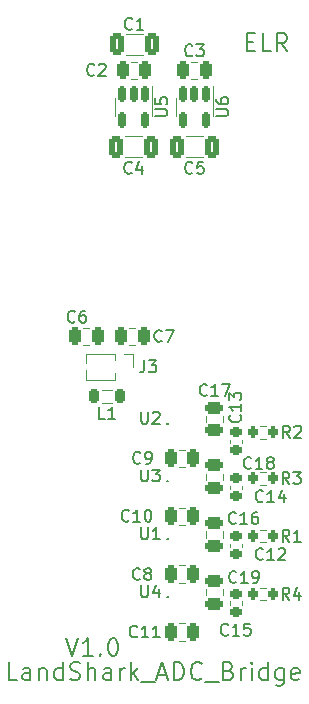
<source format=gto>
%TF.GenerationSoftware,KiCad,Pcbnew,(6.0.5)*%
%TF.CreationDate,2025-06-10T19:53:23+02:00*%
%TF.ProjectId,LandShark_ADC_Bridge,4c616e64-5368-4617-926b-5f4144435f42,rev?*%
%TF.SameCoordinates,Original*%
%TF.FileFunction,Legend,Top*%
%TF.FilePolarity,Positive*%
%FSLAX46Y46*%
G04 Gerber Fmt 4.6, Leading zero omitted, Abs format (unit mm)*
G04 Created by KiCad (PCBNEW (6.0.5)) date 2025-06-10 19:53:23*
%MOMM*%
%LPD*%
G01*
G04 APERTURE LIST*
G04 Aperture macros list*
%AMRoundRect*
0 Rectangle with rounded corners*
0 $1 Rounding radius*
0 $2 $3 $4 $5 $6 $7 $8 $9 X,Y pos of 4 corners*
0 Add a 4 corners polygon primitive as box body*
4,1,4,$2,$3,$4,$5,$6,$7,$8,$9,$2,$3,0*
0 Add four circle primitives for the rounded corners*
1,1,$1+$1,$2,$3*
1,1,$1+$1,$4,$5*
1,1,$1+$1,$6,$7*
1,1,$1+$1,$8,$9*
0 Add four rect primitives between the rounded corners*
20,1,$1+$1,$2,$3,$4,$5,0*
20,1,$1+$1,$4,$5,$6,$7,0*
20,1,$1+$1,$6,$7,$8,$9,0*
20,1,$1+$1,$8,$9,$2,$3,0*%
G04 Aperture macros list end*
%ADD10C,0.200000*%
%ADD11C,0.150000*%
%ADD12C,0.120000*%
%ADD13RoundRect,0.200000X0.200000X0.275000X-0.200000X0.275000X-0.200000X-0.275000X0.200000X-0.275000X0*%
%ADD14RoundRect,0.250000X-0.250000X-0.475000X0.250000X-0.475000X0.250000X0.475000X-0.250000X0.475000X0*%
%ADD15RoundRect,0.225000X0.250000X-0.225000X0.250000X0.225000X-0.250000X0.225000X-0.250000X-0.225000X0*%
%ADD16R,1.000000X1.000000*%
%ADD17O,1.000000X1.000000*%
%ADD18RoundRect,0.250000X-0.475000X0.250000X-0.475000X-0.250000X0.475000X-0.250000X0.475000X0.250000X0*%
%ADD19R,0.580000X0.300000*%
%ADD20R,0.580000X0.250000*%
%ADD21R,0.350000X0.630000*%
%ADD22RoundRect,0.250000X0.325000X0.650000X-0.325000X0.650000X-0.325000X-0.650000X0.325000X-0.650000X0*%
%ADD23RoundRect,0.250000X0.250000X0.475000X-0.250000X0.475000X-0.250000X-0.475000X0.250000X-0.475000X0*%
%ADD24RoundRect,0.150000X-0.150000X0.512500X-0.150000X-0.512500X0.150000X-0.512500X0.150000X0.512500X0*%
%ADD25RoundRect,0.218750X-0.218750X-0.381250X0.218750X-0.381250X0.218750X0.381250X-0.218750X0.381250X0*%
%ADD26R,1.700000X1.700000*%
%ADD27O,1.700000X1.700000*%
G04 APERTURE END LIST*
D10*
X156171428Y-74892857D02*
X156671428Y-74892857D01*
X156885714Y-75678571D02*
X156171428Y-75678571D01*
X156171428Y-74178571D01*
X156885714Y-74178571D01*
X158242857Y-75678571D02*
X157528571Y-75678571D01*
X157528571Y-74178571D01*
X159600000Y-75678571D02*
X159100000Y-74964285D01*
X158742857Y-75678571D02*
X158742857Y-74178571D01*
X159314285Y-74178571D01*
X159457142Y-74250000D01*
X159528571Y-74321428D01*
X159600000Y-74464285D01*
X159600000Y-74678571D01*
X159528571Y-74821428D01*
X159457142Y-74892857D01*
X159314285Y-74964285D01*
X158742857Y-74964285D01*
X136728571Y-128928571D02*
X136014285Y-128928571D01*
X136014285Y-127428571D01*
X137871428Y-128928571D02*
X137871428Y-128142857D01*
X137800000Y-128000000D01*
X137657142Y-127928571D01*
X137371428Y-127928571D01*
X137228571Y-128000000D01*
X137871428Y-128857142D02*
X137728571Y-128928571D01*
X137371428Y-128928571D01*
X137228571Y-128857142D01*
X137157142Y-128714285D01*
X137157142Y-128571428D01*
X137228571Y-128428571D01*
X137371428Y-128357142D01*
X137728571Y-128357142D01*
X137871428Y-128285714D01*
X138585714Y-127928571D02*
X138585714Y-128928571D01*
X138585714Y-128071428D02*
X138657142Y-128000000D01*
X138800000Y-127928571D01*
X139014285Y-127928571D01*
X139157142Y-128000000D01*
X139228571Y-128142857D01*
X139228571Y-128928571D01*
X140585714Y-128928571D02*
X140585714Y-127428571D01*
X140585714Y-128857142D02*
X140442857Y-128928571D01*
X140157142Y-128928571D01*
X140014285Y-128857142D01*
X139942857Y-128785714D01*
X139871428Y-128642857D01*
X139871428Y-128214285D01*
X139942857Y-128071428D01*
X140014285Y-128000000D01*
X140157142Y-127928571D01*
X140442857Y-127928571D01*
X140585714Y-128000000D01*
X141228571Y-128857142D02*
X141442857Y-128928571D01*
X141800000Y-128928571D01*
X141942857Y-128857142D01*
X142014285Y-128785714D01*
X142085714Y-128642857D01*
X142085714Y-128500000D01*
X142014285Y-128357142D01*
X141942857Y-128285714D01*
X141800000Y-128214285D01*
X141514285Y-128142857D01*
X141371428Y-128071428D01*
X141300000Y-128000000D01*
X141228571Y-127857142D01*
X141228571Y-127714285D01*
X141300000Y-127571428D01*
X141371428Y-127500000D01*
X141514285Y-127428571D01*
X141871428Y-127428571D01*
X142085714Y-127500000D01*
X142728571Y-128928571D02*
X142728571Y-127428571D01*
X143371428Y-128928571D02*
X143371428Y-128142857D01*
X143300000Y-128000000D01*
X143157142Y-127928571D01*
X142942857Y-127928571D01*
X142800000Y-128000000D01*
X142728571Y-128071428D01*
X144728571Y-128928571D02*
X144728571Y-128142857D01*
X144657142Y-128000000D01*
X144514285Y-127928571D01*
X144228571Y-127928571D01*
X144085714Y-128000000D01*
X144728571Y-128857142D02*
X144585714Y-128928571D01*
X144228571Y-128928571D01*
X144085714Y-128857142D01*
X144014285Y-128714285D01*
X144014285Y-128571428D01*
X144085714Y-128428571D01*
X144228571Y-128357142D01*
X144585714Y-128357142D01*
X144728571Y-128285714D01*
X145442857Y-128928571D02*
X145442857Y-127928571D01*
X145442857Y-128214285D02*
X145514285Y-128071428D01*
X145585714Y-128000000D01*
X145728571Y-127928571D01*
X145871428Y-127928571D01*
X146371428Y-128928571D02*
X146371428Y-127428571D01*
X146514285Y-128357142D02*
X146942857Y-128928571D01*
X146942857Y-127928571D02*
X146371428Y-128500000D01*
X147228571Y-129071428D02*
X148371428Y-129071428D01*
X148657142Y-128500000D02*
X149371428Y-128500000D01*
X148514285Y-128928571D02*
X149014285Y-127428571D01*
X149514285Y-128928571D01*
X150014285Y-128928571D02*
X150014285Y-127428571D01*
X150371428Y-127428571D01*
X150585714Y-127500000D01*
X150728571Y-127642857D01*
X150800000Y-127785714D01*
X150871428Y-128071428D01*
X150871428Y-128285714D01*
X150800000Y-128571428D01*
X150728571Y-128714285D01*
X150585714Y-128857142D01*
X150371428Y-128928571D01*
X150014285Y-128928571D01*
X152371428Y-128785714D02*
X152300000Y-128857142D01*
X152085714Y-128928571D01*
X151942857Y-128928571D01*
X151728571Y-128857142D01*
X151585714Y-128714285D01*
X151514285Y-128571428D01*
X151442857Y-128285714D01*
X151442857Y-128071428D01*
X151514285Y-127785714D01*
X151585714Y-127642857D01*
X151728571Y-127500000D01*
X151942857Y-127428571D01*
X152085714Y-127428571D01*
X152300000Y-127500000D01*
X152371428Y-127571428D01*
X152657142Y-129071428D02*
X153800000Y-129071428D01*
X154657142Y-128142857D02*
X154871428Y-128214285D01*
X154942857Y-128285714D01*
X155014285Y-128428571D01*
X155014285Y-128642857D01*
X154942857Y-128785714D01*
X154871428Y-128857142D01*
X154728571Y-128928571D01*
X154157142Y-128928571D01*
X154157142Y-127428571D01*
X154657142Y-127428571D01*
X154800000Y-127500000D01*
X154871428Y-127571428D01*
X154942857Y-127714285D01*
X154942857Y-127857142D01*
X154871428Y-128000000D01*
X154800000Y-128071428D01*
X154657142Y-128142857D01*
X154157142Y-128142857D01*
X155657142Y-128928571D02*
X155657142Y-127928571D01*
X155657142Y-128214285D02*
X155728571Y-128071428D01*
X155800000Y-128000000D01*
X155942857Y-127928571D01*
X156085714Y-127928571D01*
X156585714Y-128928571D02*
X156585714Y-127928571D01*
X156585714Y-127428571D02*
X156514285Y-127500000D01*
X156585714Y-127571428D01*
X156657142Y-127500000D01*
X156585714Y-127428571D01*
X156585714Y-127571428D01*
X157942857Y-128928571D02*
X157942857Y-127428571D01*
X157942857Y-128857142D02*
X157800000Y-128928571D01*
X157514285Y-128928571D01*
X157371428Y-128857142D01*
X157300000Y-128785714D01*
X157228571Y-128642857D01*
X157228571Y-128214285D01*
X157300000Y-128071428D01*
X157371428Y-128000000D01*
X157514285Y-127928571D01*
X157800000Y-127928571D01*
X157942857Y-128000000D01*
X159300000Y-127928571D02*
X159300000Y-129142857D01*
X159228571Y-129285714D01*
X159157142Y-129357142D01*
X159014285Y-129428571D01*
X158800000Y-129428571D01*
X158657142Y-129357142D01*
X159300000Y-128857142D02*
X159157142Y-128928571D01*
X158871428Y-128928571D01*
X158728571Y-128857142D01*
X158657142Y-128785714D01*
X158585714Y-128642857D01*
X158585714Y-128214285D01*
X158657142Y-128071428D01*
X158728571Y-128000000D01*
X158871428Y-127928571D01*
X159157142Y-127928571D01*
X159300000Y-128000000D01*
X160585714Y-128857142D02*
X160442857Y-128928571D01*
X160157142Y-128928571D01*
X160014285Y-128857142D01*
X159942857Y-128714285D01*
X159942857Y-128142857D01*
X160014285Y-128000000D01*
X160157142Y-127928571D01*
X160442857Y-127928571D01*
X160585714Y-128000000D01*
X160657142Y-128142857D01*
X160657142Y-128285714D01*
X159942857Y-128428571D01*
X140864285Y-125378571D02*
X141364285Y-126878571D01*
X141864285Y-125378571D01*
X143150000Y-126878571D02*
X142292857Y-126878571D01*
X142721428Y-126878571D02*
X142721428Y-125378571D01*
X142578571Y-125592857D01*
X142435714Y-125735714D01*
X142292857Y-125807142D01*
X143792857Y-126735714D02*
X143864285Y-126807142D01*
X143792857Y-126878571D01*
X143721428Y-126807142D01*
X143792857Y-126735714D01*
X143792857Y-126878571D01*
X144792857Y-125378571D02*
X144935714Y-125378571D01*
X145078571Y-125450000D01*
X145150000Y-125521428D01*
X145221428Y-125664285D01*
X145292857Y-125950000D01*
X145292857Y-126307142D01*
X145221428Y-126592857D01*
X145150000Y-126735714D01*
X145078571Y-126807142D01*
X144935714Y-126878571D01*
X144792857Y-126878571D01*
X144650000Y-126807142D01*
X144578571Y-126735714D01*
X144507142Y-126592857D01*
X144435714Y-126307142D01*
X144435714Y-125950000D01*
X144507142Y-125664285D01*
X144578571Y-125521428D01*
X144650000Y-125450000D01*
X144792857Y-125378571D01*
D11*
%TO.C,R2*%
X159833333Y-108402380D02*
X159500000Y-107926190D01*
X159261904Y-108402380D02*
X159261904Y-107402380D01*
X159642857Y-107402380D01*
X159738095Y-107450000D01*
X159785714Y-107497619D01*
X159833333Y-107592857D01*
X159833333Y-107735714D01*
X159785714Y-107830952D01*
X159738095Y-107878571D01*
X159642857Y-107926190D01*
X159261904Y-107926190D01*
X160214285Y-107497619D02*
X160261904Y-107450000D01*
X160357142Y-107402380D01*
X160595238Y-107402380D01*
X160690476Y-107450000D01*
X160738095Y-107497619D01*
X160785714Y-107592857D01*
X160785714Y-107688095D01*
X160738095Y-107830952D01*
X160166666Y-108402380D01*
X160785714Y-108402380D01*
%TO.C,C11*%
X146907142Y-125207142D02*
X146859523Y-125254761D01*
X146716666Y-125302380D01*
X146621428Y-125302380D01*
X146478571Y-125254761D01*
X146383333Y-125159523D01*
X146335714Y-125064285D01*
X146288095Y-124873809D01*
X146288095Y-124730952D01*
X146335714Y-124540476D01*
X146383333Y-124445238D01*
X146478571Y-124350000D01*
X146621428Y-124302380D01*
X146716666Y-124302380D01*
X146859523Y-124350000D01*
X146907142Y-124397619D01*
X147859523Y-125302380D02*
X147288095Y-125302380D01*
X147573809Y-125302380D02*
X147573809Y-124302380D01*
X147478571Y-124445238D01*
X147383333Y-124540476D01*
X147288095Y-124588095D01*
X148811904Y-125302380D02*
X148240476Y-125302380D01*
X148526190Y-125302380D02*
X148526190Y-124302380D01*
X148430952Y-124445238D01*
X148335714Y-124540476D01*
X148240476Y-124588095D01*
%TO.C,C13*%
X155607142Y-106492857D02*
X155654761Y-106540476D01*
X155702380Y-106683333D01*
X155702380Y-106778571D01*
X155654761Y-106921428D01*
X155559523Y-107016666D01*
X155464285Y-107064285D01*
X155273809Y-107111904D01*
X155130952Y-107111904D01*
X154940476Y-107064285D01*
X154845238Y-107016666D01*
X154750000Y-106921428D01*
X154702380Y-106778571D01*
X154702380Y-106683333D01*
X154750000Y-106540476D01*
X154797619Y-106492857D01*
X155702380Y-105540476D02*
X155702380Y-106111904D01*
X155702380Y-105826190D02*
X154702380Y-105826190D01*
X154845238Y-105921428D01*
X154940476Y-106016666D01*
X154988095Y-106111904D01*
X154702380Y-105207142D02*
X154702380Y-104588095D01*
X155083333Y-104921428D01*
X155083333Y-104778571D01*
X155130952Y-104683333D01*
X155178571Y-104635714D01*
X155273809Y-104588095D01*
X155511904Y-104588095D01*
X155607142Y-104635714D01*
X155654761Y-104683333D01*
X155702380Y-104778571D01*
X155702380Y-105064285D01*
X155654761Y-105159523D01*
X155607142Y-105207142D01*
%TO.C,J3*%
X147516666Y-101852380D02*
X147516666Y-102566666D01*
X147469047Y-102709523D01*
X147373809Y-102804761D01*
X147230952Y-102852380D01*
X147135714Y-102852380D01*
X147897619Y-101852380D02*
X148516666Y-101852380D01*
X148183333Y-102233333D01*
X148326190Y-102233333D01*
X148421428Y-102280952D01*
X148469047Y-102328571D01*
X148516666Y-102423809D01*
X148516666Y-102661904D01*
X148469047Y-102757142D01*
X148421428Y-102804761D01*
X148326190Y-102852380D01*
X148040476Y-102852380D01*
X147945238Y-102804761D01*
X147897619Y-102757142D01*
%TO.C,C19*%
X155307142Y-120607142D02*
X155259523Y-120654761D01*
X155116666Y-120702380D01*
X155021428Y-120702380D01*
X154878571Y-120654761D01*
X154783333Y-120559523D01*
X154735714Y-120464285D01*
X154688095Y-120273809D01*
X154688095Y-120130952D01*
X154735714Y-119940476D01*
X154783333Y-119845238D01*
X154878571Y-119750000D01*
X155021428Y-119702380D01*
X155116666Y-119702380D01*
X155259523Y-119750000D01*
X155307142Y-119797619D01*
X156259523Y-120702380D02*
X155688095Y-120702380D01*
X155973809Y-120702380D02*
X155973809Y-119702380D01*
X155878571Y-119845238D01*
X155783333Y-119940476D01*
X155688095Y-119988095D01*
X156735714Y-120702380D02*
X156926190Y-120702380D01*
X157021428Y-120654761D01*
X157069047Y-120607142D01*
X157164285Y-120464285D01*
X157211904Y-120273809D01*
X157211904Y-119892857D01*
X157164285Y-119797619D01*
X157116666Y-119750000D01*
X157021428Y-119702380D01*
X156830952Y-119702380D01*
X156735714Y-119750000D01*
X156688095Y-119797619D01*
X156640476Y-119892857D01*
X156640476Y-120130952D01*
X156688095Y-120226190D01*
X156735714Y-120273809D01*
X156830952Y-120321428D01*
X157021428Y-120321428D01*
X157116666Y-120273809D01*
X157164285Y-120226190D01*
X157211904Y-120130952D01*
%TO.C,U2*%
X147238095Y-106202380D02*
X147238095Y-107011904D01*
X147285714Y-107107142D01*
X147333333Y-107154761D01*
X147428571Y-107202380D01*
X147619047Y-107202380D01*
X147714285Y-107154761D01*
X147761904Y-107107142D01*
X147809523Y-107011904D01*
X147809523Y-106202380D01*
X148238095Y-106297619D02*
X148285714Y-106250000D01*
X148380952Y-106202380D01*
X148619047Y-106202380D01*
X148714285Y-106250000D01*
X148761904Y-106297619D01*
X148809523Y-106392857D01*
X148809523Y-106488095D01*
X148761904Y-106630952D01*
X148190476Y-107202380D01*
X148809523Y-107202380D01*
%TO.C,U4*%
X147238095Y-120902380D02*
X147238095Y-121711904D01*
X147285714Y-121807142D01*
X147333333Y-121854761D01*
X147428571Y-121902380D01*
X147619047Y-121902380D01*
X147714285Y-121854761D01*
X147761904Y-121807142D01*
X147809523Y-121711904D01*
X147809523Y-120902380D01*
X148714285Y-121235714D02*
X148714285Y-121902380D01*
X148476190Y-120854761D02*
X148238095Y-121569047D01*
X148857142Y-121569047D01*
%TO.C,C16*%
X155257142Y-115607142D02*
X155209523Y-115654761D01*
X155066666Y-115702380D01*
X154971428Y-115702380D01*
X154828571Y-115654761D01*
X154733333Y-115559523D01*
X154685714Y-115464285D01*
X154638095Y-115273809D01*
X154638095Y-115130952D01*
X154685714Y-114940476D01*
X154733333Y-114845238D01*
X154828571Y-114750000D01*
X154971428Y-114702380D01*
X155066666Y-114702380D01*
X155209523Y-114750000D01*
X155257142Y-114797619D01*
X156209523Y-115702380D02*
X155638095Y-115702380D01*
X155923809Y-115702380D02*
X155923809Y-114702380D01*
X155828571Y-114845238D01*
X155733333Y-114940476D01*
X155638095Y-114988095D01*
X157066666Y-114702380D02*
X156876190Y-114702380D01*
X156780952Y-114750000D01*
X156733333Y-114797619D01*
X156638095Y-114940476D01*
X156590476Y-115130952D01*
X156590476Y-115511904D01*
X156638095Y-115607142D01*
X156685714Y-115654761D01*
X156780952Y-115702380D01*
X156971428Y-115702380D01*
X157066666Y-115654761D01*
X157114285Y-115607142D01*
X157161904Y-115511904D01*
X157161904Y-115273809D01*
X157114285Y-115178571D01*
X157066666Y-115130952D01*
X156971428Y-115083333D01*
X156780952Y-115083333D01*
X156685714Y-115130952D01*
X156638095Y-115178571D01*
X156590476Y-115273809D01*
%TO.C,C9*%
X147183333Y-110507142D02*
X147135714Y-110554761D01*
X146992857Y-110602380D01*
X146897619Y-110602380D01*
X146754761Y-110554761D01*
X146659523Y-110459523D01*
X146611904Y-110364285D01*
X146564285Y-110173809D01*
X146564285Y-110030952D01*
X146611904Y-109840476D01*
X146659523Y-109745238D01*
X146754761Y-109650000D01*
X146897619Y-109602380D01*
X146992857Y-109602380D01*
X147135714Y-109650000D01*
X147183333Y-109697619D01*
X147659523Y-110602380D02*
X147850000Y-110602380D01*
X147945238Y-110554761D01*
X147992857Y-110507142D01*
X148088095Y-110364285D01*
X148135714Y-110173809D01*
X148135714Y-109792857D01*
X148088095Y-109697619D01*
X148040476Y-109650000D01*
X147945238Y-109602380D01*
X147754761Y-109602380D01*
X147659523Y-109650000D01*
X147611904Y-109697619D01*
X147564285Y-109792857D01*
X147564285Y-110030952D01*
X147611904Y-110126190D01*
X147659523Y-110173809D01*
X147754761Y-110221428D01*
X147945238Y-110221428D01*
X148040476Y-110173809D01*
X148088095Y-110126190D01*
X148135714Y-110030952D01*
%TO.C,C1*%
X146483333Y-73757142D02*
X146435714Y-73804761D01*
X146292857Y-73852380D01*
X146197619Y-73852380D01*
X146054761Y-73804761D01*
X145959523Y-73709523D01*
X145911904Y-73614285D01*
X145864285Y-73423809D01*
X145864285Y-73280952D01*
X145911904Y-73090476D01*
X145959523Y-72995238D01*
X146054761Y-72900000D01*
X146197619Y-72852380D01*
X146292857Y-72852380D01*
X146435714Y-72900000D01*
X146483333Y-72947619D01*
X147435714Y-73852380D02*
X146864285Y-73852380D01*
X147150000Y-73852380D02*
X147150000Y-72852380D01*
X147054761Y-72995238D01*
X146959523Y-73090476D01*
X146864285Y-73138095D01*
%TO.C,C6*%
X141633333Y-98557142D02*
X141585714Y-98604761D01*
X141442857Y-98652380D01*
X141347619Y-98652380D01*
X141204761Y-98604761D01*
X141109523Y-98509523D01*
X141061904Y-98414285D01*
X141014285Y-98223809D01*
X141014285Y-98080952D01*
X141061904Y-97890476D01*
X141109523Y-97795238D01*
X141204761Y-97700000D01*
X141347619Y-97652380D01*
X141442857Y-97652380D01*
X141585714Y-97700000D01*
X141633333Y-97747619D01*
X142490476Y-97652380D02*
X142300000Y-97652380D01*
X142204761Y-97700000D01*
X142157142Y-97747619D01*
X142061904Y-97890476D01*
X142014285Y-98080952D01*
X142014285Y-98461904D01*
X142061904Y-98557142D01*
X142109523Y-98604761D01*
X142204761Y-98652380D01*
X142395238Y-98652380D01*
X142490476Y-98604761D01*
X142538095Y-98557142D01*
X142585714Y-98461904D01*
X142585714Y-98223809D01*
X142538095Y-98128571D01*
X142490476Y-98080952D01*
X142395238Y-98033333D01*
X142204761Y-98033333D01*
X142109523Y-98080952D01*
X142061904Y-98128571D01*
X142014285Y-98223809D01*
%TO.C,R3*%
X159783333Y-112302380D02*
X159450000Y-111826190D01*
X159211904Y-112302380D02*
X159211904Y-111302380D01*
X159592857Y-111302380D01*
X159688095Y-111350000D01*
X159735714Y-111397619D01*
X159783333Y-111492857D01*
X159783333Y-111635714D01*
X159735714Y-111730952D01*
X159688095Y-111778571D01*
X159592857Y-111826190D01*
X159211904Y-111826190D01*
X160116666Y-111302380D02*
X160735714Y-111302380D01*
X160402380Y-111683333D01*
X160545238Y-111683333D01*
X160640476Y-111730952D01*
X160688095Y-111778571D01*
X160735714Y-111873809D01*
X160735714Y-112111904D01*
X160688095Y-112207142D01*
X160640476Y-112254761D01*
X160545238Y-112302380D01*
X160259523Y-112302380D01*
X160164285Y-112254761D01*
X160116666Y-112207142D01*
%TO.C,C18*%
X156557142Y-110957142D02*
X156509523Y-111004761D01*
X156366666Y-111052380D01*
X156271428Y-111052380D01*
X156128571Y-111004761D01*
X156033333Y-110909523D01*
X155985714Y-110814285D01*
X155938095Y-110623809D01*
X155938095Y-110480952D01*
X155985714Y-110290476D01*
X156033333Y-110195238D01*
X156128571Y-110100000D01*
X156271428Y-110052380D01*
X156366666Y-110052380D01*
X156509523Y-110100000D01*
X156557142Y-110147619D01*
X157509523Y-111052380D02*
X156938095Y-111052380D01*
X157223809Y-111052380D02*
X157223809Y-110052380D01*
X157128571Y-110195238D01*
X157033333Y-110290476D01*
X156938095Y-110338095D01*
X158080952Y-110480952D02*
X157985714Y-110433333D01*
X157938095Y-110385714D01*
X157890476Y-110290476D01*
X157890476Y-110242857D01*
X157938095Y-110147619D01*
X157985714Y-110100000D01*
X158080952Y-110052380D01*
X158271428Y-110052380D01*
X158366666Y-110100000D01*
X158414285Y-110147619D01*
X158461904Y-110242857D01*
X158461904Y-110290476D01*
X158414285Y-110385714D01*
X158366666Y-110433333D01*
X158271428Y-110480952D01*
X158080952Y-110480952D01*
X157985714Y-110528571D01*
X157938095Y-110576190D01*
X157890476Y-110671428D01*
X157890476Y-110861904D01*
X157938095Y-110957142D01*
X157985714Y-111004761D01*
X158080952Y-111052380D01*
X158271428Y-111052380D01*
X158366666Y-111004761D01*
X158414285Y-110957142D01*
X158461904Y-110861904D01*
X158461904Y-110671428D01*
X158414285Y-110576190D01*
X158366666Y-110528571D01*
X158271428Y-110480952D01*
%TO.C,R1*%
X159783333Y-117202380D02*
X159450000Y-116726190D01*
X159211904Y-117202380D02*
X159211904Y-116202380D01*
X159592857Y-116202380D01*
X159688095Y-116250000D01*
X159735714Y-116297619D01*
X159783333Y-116392857D01*
X159783333Y-116535714D01*
X159735714Y-116630952D01*
X159688095Y-116678571D01*
X159592857Y-116726190D01*
X159211904Y-116726190D01*
X160735714Y-117202380D02*
X160164285Y-117202380D01*
X160450000Y-117202380D02*
X160450000Y-116202380D01*
X160354761Y-116345238D01*
X160259523Y-116440476D01*
X160164285Y-116488095D01*
%TO.C,C15*%
X154607142Y-125057142D02*
X154559523Y-125104761D01*
X154416666Y-125152380D01*
X154321428Y-125152380D01*
X154178571Y-125104761D01*
X154083333Y-125009523D01*
X154035714Y-124914285D01*
X153988095Y-124723809D01*
X153988095Y-124580952D01*
X154035714Y-124390476D01*
X154083333Y-124295238D01*
X154178571Y-124200000D01*
X154321428Y-124152380D01*
X154416666Y-124152380D01*
X154559523Y-124200000D01*
X154607142Y-124247619D01*
X155559523Y-125152380D02*
X154988095Y-125152380D01*
X155273809Y-125152380D02*
X155273809Y-124152380D01*
X155178571Y-124295238D01*
X155083333Y-124390476D01*
X154988095Y-124438095D01*
X156464285Y-124152380D02*
X155988095Y-124152380D01*
X155940476Y-124628571D01*
X155988095Y-124580952D01*
X156083333Y-124533333D01*
X156321428Y-124533333D01*
X156416666Y-124580952D01*
X156464285Y-124628571D01*
X156511904Y-124723809D01*
X156511904Y-124961904D01*
X156464285Y-125057142D01*
X156416666Y-125104761D01*
X156321428Y-125152380D01*
X156083333Y-125152380D01*
X155988095Y-125104761D01*
X155940476Y-125057142D01*
%TO.C,C3*%
X151583333Y-76007142D02*
X151535714Y-76054761D01*
X151392857Y-76102380D01*
X151297619Y-76102380D01*
X151154761Y-76054761D01*
X151059523Y-75959523D01*
X151011904Y-75864285D01*
X150964285Y-75673809D01*
X150964285Y-75530952D01*
X151011904Y-75340476D01*
X151059523Y-75245238D01*
X151154761Y-75150000D01*
X151297619Y-75102380D01*
X151392857Y-75102380D01*
X151535714Y-75150000D01*
X151583333Y-75197619D01*
X151916666Y-75102380D02*
X152535714Y-75102380D01*
X152202380Y-75483333D01*
X152345238Y-75483333D01*
X152440476Y-75530952D01*
X152488095Y-75578571D01*
X152535714Y-75673809D01*
X152535714Y-75911904D01*
X152488095Y-76007142D01*
X152440476Y-76054761D01*
X152345238Y-76102380D01*
X152059523Y-76102380D01*
X151964285Y-76054761D01*
X151916666Y-76007142D01*
%TO.C,C10*%
X146207142Y-115407142D02*
X146159523Y-115454761D01*
X146016666Y-115502380D01*
X145921428Y-115502380D01*
X145778571Y-115454761D01*
X145683333Y-115359523D01*
X145635714Y-115264285D01*
X145588095Y-115073809D01*
X145588095Y-114930952D01*
X145635714Y-114740476D01*
X145683333Y-114645238D01*
X145778571Y-114550000D01*
X145921428Y-114502380D01*
X146016666Y-114502380D01*
X146159523Y-114550000D01*
X146207142Y-114597619D01*
X147159523Y-115502380D02*
X146588095Y-115502380D01*
X146873809Y-115502380D02*
X146873809Y-114502380D01*
X146778571Y-114645238D01*
X146683333Y-114740476D01*
X146588095Y-114788095D01*
X147778571Y-114502380D02*
X147873809Y-114502380D01*
X147969047Y-114550000D01*
X148016666Y-114597619D01*
X148064285Y-114692857D01*
X148111904Y-114883333D01*
X148111904Y-115121428D01*
X148064285Y-115311904D01*
X148016666Y-115407142D01*
X147969047Y-115454761D01*
X147873809Y-115502380D01*
X147778571Y-115502380D01*
X147683333Y-115454761D01*
X147635714Y-115407142D01*
X147588095Y-115311904D01*
X147540476Y-115121428D01*
X147540476Y-114883333D01*
X147588095Y-114692857D01*
X147635714Y-114597619D01*
X147683333Y-114550000D01*
X147778571Y-114502380D01*
%TO.C,U5*%
X148452380Y-81161904D02*
X149261904Y-81161904D01*
X149357142Y-81114285D01*
X149404761Y-81066666D01*
X149452380Y-80971428D01*
X149452380Y-80780952D01*
X149404761Y-80685714D01*
X149357142Y-80638095D01*
X149261904Y-80590476D01*
X148452380Y-80590476D01*
X148452380Y-79638095D02*
X148452380Y-80114285D01*
X148928571Y-80161904D01*
X148880952Y-80114285D01*
X148833333Y-80019047D01*
X148833333Y-79780952D01*
X148880952Y-79685714D01*
X148928571Y-79638095D01*
X149023809Y-79590476D01*
X149261904Y-79590476D01*
X149357142Y-79638095D01*
X149404761Y-79685714D01*
X149452380Y-79780952D01*
X149452380Y-80019047D01*
X149404761Y-80114285D01*
X149357142Y-80161904D01*
%TO.C,C7*%
X148983333Y-100207142D02*
X148935714Y-100254761D01*
X148792857Y-100302380D01*
X148697619Y-100302380D01*
X148554761Y-100254761D01*
X148459523Y-100159523D01*
X148411904Y-100064285D01*
X148364285Y-99873809D01*
X148364285Y-99730952D01*
X148411904Y-99540476D01*
X148459523Y-99445238D01*
X148554761Y-99350000D01*
X148697619Y-99302380D01*
X148792857Y-99302380D01*
X148935714Y-99350000D01*
X148983333Y-99397619D01*
X149316666Y-99302380D02*
X149983333Y-99302380D01*
X149554761Y-100302380D01*
%TO.C,U3*%
X147238095Y-111102380D02*
X147238095Y-111911904D01*
X147285714Y-112007142D01*
X147333333Y-112054761D01*
X147428571Y-112102380D01*
X147619047Y-112102380D01*
X147714285Y-112054761D01*
X147761904Y-112007142D01*
X147809523Y-111911904D01*
X147809523Y-111102380D01*
X148190476Y-111102380D02*
X148809523Y-111102380D01*
X148476190Y-111483333D01*
X148619047Y-111483333D01*
X148714285Y-111530952D01*
X148761904Y-111578571D01*
X148809523Y-111673809D01*
X148809523Y-111911904D01*
X148761904Y-112007142D01*
X148714285Y-112054761D01*
X148619047Y-112102380D01*
X148333333Y-112102380D01*
X148238095Y-112054761D01*
X148190476Y-112007142D01*
%TO.C,C8*%
X147133333Y-120357142D02*
X147085714Y-120404761D01*
X146942857Y-120452380D01*
X146847619Y-120452380D01*
X146704761Y-120404761D01*
X146609523Y-120309523D01*
X146561904Y-120214285D01*
X146514285Y-120023809D01*
X146514285Y-119880952D01*
X146561904Y-119690476D01*
X146609523Y-119595238D01*
X146704761Y-119500000D01*
X146847619Y-119452380D01*
X146942857Y-119452380D01*
X147085714Y-119500000D01*
X147133333Y-119547619D01*
X147704761Y-119880952D02*
X147609523Y-119833333D01*
X147561904Y-119785714D01*
X147514285Y-119690476D01*
X147514285Y-119642857D01*
X147561904Y-119547619D01*
X147609523Y-119500000D01*
X147704761Y-119452380D01*
X147895238Y-119452380D01*
X147990476Y-119500000D01*
X148038095Y-119547619D01*
X148085714Y-119642857D01*
X148085714Y-119690476D01*
X148038095Y-119785714D01*
X147990476Y-119833333D01*
X147895238Y-119880952D01*
X147704761Y-119880952D01*
X147609523Y-119928571D01*
X147561904Y-119976190D01*
X147514285Y-120071428D01*
X147514285Y-120261904D01*
X147561904Y-120357142D01*
X147609523Y-120404761D01*
X147704761Y-120452380D01*
X147895238Y-120452380D01*
X147990476Y-120404761D01*
X148038095Y-120357142D01*
X148085714Y-120261904D01*
X148085714Y-120071428D01*
X148038095Y-119976190D01*
X147990476Y-119928571D01*
X147895238Y-119880952D01*
%TO.C,U6*%
X153602380Y-81161904D02*
X154411904Y-81161904D01*
X154507142Y-81114285D01*
X154554761Y-81066666D01*
X154602380Y-80971428D01*
X154602380Y-80780952D01*
X154554761Y-80685714D01*
X154507142Y-80638095D01*
X154411904Y-80590476D01*
X153602380Y-80590476D01*
X153602380Y-79685714D02*
X153602380Y-79876190D01*
X153650000Y-79971428D01*
X153697619Y-80019047D01*
X153840476Y-80114285D01*
X154030952Y-80161904D01*
X154411904Y-80161904D01*
X154507142Y-80114285D01*
X154554761Y-80066666D01*
X154602380Y-79971428D01*
X154602380Y-79780952D01*
X154554761Y-79685714D01*
X154507142Y-79638095D01*
X154411904Y-79590476D01*
X154173809Y-79590476D01*
X154078571Y-79638095D01*
X154030952Y-79685714D01*
X153983333Y-79780952D01*
X153983333Y-79971428D01*
X154030952Y-80066666D01*
X154078571Y-80114285D01*
X154173809Y-80161904D01*
%TO.C,C17*%
X152807142Y-104757142D02*
X152759523Y-104804761D01*
X152616666Y-104852380D01*
X152521428Y-104852380D01*
X152378571Y-104804761D01*
X152283333Y-104709523D01*
X152235714Y-104614285D01*
X152188095Y-104423809D01*
X152188095Y-104280952D01*
X152235714Y-104090476D01*
X152283333Y-103995238D01*
X152378571Y-103900000D01*
X152521428Y-103852380D01*
X152616666Y-103852380D01*
X152759523Y-103900000D01*
X152807142Y-103947619D01*
X153759523Y-104852380D02*
X153188095Y-104852380D01*
X153473809Y-104852380D02*
X153473809Y-103852380D01*
X153378571Y-103995238D01*
X153283333Y-104090476D01*
X153188095Y-104138095D01*
X154092857Y-103852380D02*
X154759523Y-103852380D01*
X154330952Y-104852380D01*
%TO.C,U1*%
X147238095Y-116002380D02*
X147238095Y-116811904D01*
X147285714Y-116907142D01*
X147333333Y-116954761D01*
X147428571Y-117002380D01*
X147619047Y-117002380D01*
X147714285Y-116954761D01*
X147761904Y-116907142D01*
X147809523Y-116811904D01*
X147809523Y-116002380D01*
X148809523Y-117002380D02*
X148238095Y-117002380D01*
X148523809Y-117002380D02*
X148523809Y-116002380D01*
X148428571Y-116145238D01*
X148333333Y-116240476D01*
X148238095Y-116288095D01*
%TO.C,C4*%
X146433333Y-85957142D02*
X146385714Y-86004761D01*
X146242857Y-86052380D01*
X146147619Y-86052380D01*
X146004761Y-86004761D01*
X145909523Y-85909523D01*
X145861904Y-85814285D01*
X145814285Y-85623809D01*
X145814285Y-85480952D01*
X145861904Y-85290476D01*
X145909523Y-85195238D01*
X146004761Y-85100000D01*
X146147619Y-85052380D01*
X146242857Y-85052380D01*
X146385714Y-85100000D01*
X146433333Y-85147619D01*
X147290476Y-85385714D02*
X147290476Y-86052380D01*
X147052380Y-85004761D02*
X146814285Y-85719047D01*
X147433333Y-85719047D01*
%TO.C,R4*%
X159783333Y-122102380D02*
X159450000Y-121626190D01*
X159211904Y-122102380D02*
X159211904Y-121102380D01*
X159592857Y-121102380D01*
X159688095Y-121150000D01*
X159735714Y-121197619D01*
X159783333Y-121292857D01*
X159783333Y-121435714D01*
X159735714Y-121530952D01*
X159688095Y-121578571D01*
X159592857Y-121626190D01*
X159211904Y-121626190D01*
X160640476Y-121435714D02*
X160640476Y-122102380D01*
X160402380Y-121054761D02*
X160164285Y-121769047D01*
X160783333Y-121769047D01*
%TO.C,L1*%
X144183333Y-106802380D02*
X143707142Y-106802380D01*
X143707142Y-105802380D01*
X145040476Y-106802380D02*
X144469047Y-106802380D01*
X144754761Y-106802380D02*
X144754761Y-105802380D01*
X144659523Y-105945238D01*
X144564285Y-106040476D01*
X144469047Y-106088095D01*
%TO.C,C12*%
X157557142Y-118657142D02*
X157509523Y-118704761D01*
X157366666Y-118752380D01*
X157271428Y-118752380D01*
X157128571Y-118704761D01*
X157033333Y-118609523D01*
X156985714Y-118514285D01*
X156938095Y-118323809D01*
X156938095Y-118180952D01*
X156985714Y-117990476D01*
X157033333Y-117895238D01*
X157128571Y-117800000D01*
X157271428Y-117752380D01*
X157366666Y-117752380D01*
X157509523Y-117800000D01*
X157557142Y-117847619D01*
X158509523Y-118752380D02*
X157938095Y-118752380D01*
X158223809Y-118752380D02*
X158223809Y-117752380D01*
X158128571Y-117895238D01*
X158033333Y-117990476D01*
X157938095Y-118038095D01*
X158890476Y-117847619D02*
X158938095Y-117800000D01*
X159033333Y-117752380D01*
X159271428Y-117752380D01*
X159366666Y-117800000D01*
X159414285Y-117847619D01*
X159461904Y-117942857D01*
X159461904Y-118038095D01*
X159414285Y-118180952D01*
X158842857Y-118752380D01*
X159461904Y-118752380D01*
%TO.C,C14*%
X157557142Y-113757142D02*
X157509523Y-113804761D01*
X157366666Y-113852380D01*
X157271428Y-113852380D01*
X157128571Y-113804761D01*
X157033333Y-113709523D01*
X156985714Y-113614285D01*
X156938095Y-113423809D01*
X156938095Y-113280952D01*
X156985714Y-113090476D01*
X157033333Y-112995238D01*
X157128571Y-112900000D01*
X157271428Y-112852380D01*
X157366666Y-112852380D01*
X157509523Y-112900000D01*
X157557142Y-112947619D01*
X158509523Y-113852380D02*
X157938095Y-113852380D01*
X158223809Y-113852380D02*
X158223809Y-112852380D01*
X158128571Y-112995238D01*
X158033333Y-113090476D01*
X157938095Y-113138095D01*
X159366666Y-113185714D02*
X159366666Y-113852380D01*
X159128571Y-112804761D02*
X158890476Y-113519047D01*
X159509523Y-113519047D01*
%TO.C,C2*%
X143283333Y-77657142D02*
X143235714Y-77704761D01*
X143092857Y-77752380D01*
X142997619Y-77752380D01*
X142854761Y-77704761D01*
X142759523Y-77609523D01*
X142711904Y-77514285D01*
X142664285Y-77323809D01*
X142664285Y-77180952D01*
X142711904Y-76990476D01*
X142759523Y-76895238D01*
X142854761Y-76800000D01*
X142997619Y-76752380D01*
X143092857Y-76752380D01*
X143235714Y-76800000D01*
X143283333Y-76847619D01*
X143664285Y-76847619D02*
X143711904Y-76800000D01*
X143807142Y-76752380D01*
X144045238Y-76752380D01*
X144140476Y-76800000D01*
X144188095Y-76847619D01*
X144235714Y-76942857D01*
X144235714Y-77038095D01*
X144188095Y-77180952D01*
X143616666Y-77752380D01*
X144235714Y-77752380D01*
%TO.C,C5*%
X151583333Y-85957142D02*
X151535714Y-86004761D01*
X151392857Y-86052380D01*
X151297619Y-86052380D01*
X151154761Y-86004761D01*
X151059523Y-85909523D01*
X151011904Y-85814285D01*
X150964285Y-85623809D01*
X150964285Y-85480952D01*
X151011904Y-85290476D01*
X151059523Y-85195238D01*
X151154761Y-85100000D01*
X151297619Y-85052380D01*
X151392857Y-85052380D01*
X151535714Y-85100000D01*
X151583333Y-85147619D01*
X152488095Y-85052380D02*
X152011904Y-85052380D01*
X151964285Y-85528571D01*
X152011904Y-85480952D01*
X152107142Y-85433333D01*
X152345238Y-85433333D01*
X152440476Y-85480952D01*
X152488095Y-85528571D01*
X152535714Y-85623809D01*
X152535714Y-85861904D01*
X152488095Y-85957142D01*
X152440476Y-86004761D01*
X152345238Y-86052380D01*
X152107142Y-86052380D01*
X152011904Y-86004761D01*
X151964285Y-85957142D01*
D12*
%TO.C,R2*%
X157787258Y-107427500D02*
X157312742Y-107427500D01*
X157787258Y-108472500D02*
X157312742Y-108472500D01*
%TO.C,C11*%
X150438748Y-124115000D02*
X150961252Y-124115000D01*
X150438748Y-125585000D02*
X150961252Y-125585000D01*
%TO.C,C13*%
X154740000Y-108840580D02*
X154740000Y-108559420D01*
X155760000Y-108840580D02*
X155760000Y-108559420D01*
%TO.C,J3*%
X145040000Y-101290000D02*
X145040000Y-101836529D01*
X142565000Y-101290000D02*
X142565000Y-102092470D01*
X146560000Y-101290000D02*
X146560000Y-102400000D01*
X145040000Y-101290000D02*
X142565000Y-101290000D01*
X145040000Y-103510000D02*
X142565000Y-103510000D01*
X145040000Y-102963471D02*
X145040000Y-103510000D01*
X145800000Y-101290000D02*
X146560000Y-101290000D01*
X142565000Y-102707530D02*
X142565000Y-103510000D01*
%TO.C,C19*%
X154185000Y-121238748D02*
X154185000Y-121761252D01*
X152715000Y-121238748D02*
X152715000Y-121761252D01*
D10*
%TO.C,U2*%
X149435000Y-107215000D02*
X149435000Y-107215000D01*
X149535000Y-107215000D02*
X149535000Y-107215000D01*
X149535000Y-107215000D02*
X149535000Y-107215000D01*
X149535000Y-107215000D02*
G75*
G03*
X149435000Y-107215000I-50000J0D01*
G01*
X149435000Y-107215000D02*
G75*
G03*
X149535000Y-107215000I50000J0D01*
G01*
X149535000Y-107215000D02*
G75*
G03*
X149435000Y-107215000I-50000J0D01*
G01*
%TO.C,U4*%
X149537500Y-121900000D02*
X149537500Y-121900000D01*
X149437500Y-121900000D02*
X149437500Y-121900000D01*
X149537500Y-121900000D02*
X149537500Y-121900000D01*
X149537500Y-121900000D02*
G75*
G03*
X149437500Y-121900000I-50000J0D01*
G01*
X149437500Y-121900000D02*
G75*
G03*
X149537500Y-121900000I50000J0D01*
G01*
X149537500Y-121900000D02*
G75*
G03*
X149437500Y-121900000I-50000J0D01*
G01*
D12*
%TO.C,C16*%
X154185000Y-116338748D02*
X154185000Y-116861252D01*
X152715000Y-116338748D02*
X152715000Y-116861252D01*
%TO.C,C9*%
X150438748Y-109415000D02*
X150961252Y-109415000D01*
X150438748Y-110885000D02*
X150961252Y-110885000D01*
%TO.C,C1*%
X147361252Y-74190000D02*
X145938748Y-74190000D01*
X147361252Y-76010000D02*
X145938748Y-76010000D01*
%TO.C,C6*%
X142861252Y-100560000D02*
X142338748Y-100560000D01*
X142861252Y-99090000D02*
X142338748Y-99090000D01*
%TO.C,R3*%
X157787258Y-112372500D02*
X157312742Y-112372500D01*
X157787258Y-111327500D02*
X157312742Y-111327500D01*
%TO.C,C18*%
X152715000Y-111438748D02*
X152715000Y-111961252D01*
X154185000Y-111438748D02*
X154185000Y-111961252D01*
%TO.C,R1*%
X157787258Y-116227500D02*
X157312742Y-116227500D01*
X157787258Y-117272500D02*
X157312742Y-117272500D01*
%TO.C,C15*%
X154740000Y-122540580D02*
X154740000Y-122259420D01*
X155760000Y-122540580D02*
X155760000Y-122259420D01*
%TO.C,C3*%
X152011252Y-78035000D02*
X151488748Y-78035000D01*
X152011252Y-76565000D02*
X151488748Y-76565000D01*
%TO.C,C10*%
X150438748Y-115785000D02*
X150961252Y-115785000D01*
X150438748Y-114315000D02*
X150961252Y-114315000D01*
%TO.C,U5*%
X145040000Y-80400000D02*
X145040000Y-79600000D01*
X148160000Y-80400000D02*
X148160000Y-81200000D01*
X148160000Y-80400000D02*
X148160000Y-78600000D01*
X145040000Y-80400000D02*
X145040000Y-81200000D01*
%TO.C,C7*%
X146238748Y-100560000D02*
X146761252Y-100560000D01*
X146238748Y-99090000D02*
X146761252Y-99090000D01*
D10*
%TO.C,U3*%
X149537500Y-112100000D02*
X149537500Y-112100000D01*
X149437500Y-112100000D02*
X149437500Y-112100000D01*
X149537500Y-112100000D02*
X149537500Y-112100000D01*
X149437500Y-112100000D02*
G75*
G03*
X149537500Y-112100000I50000J0D01*
G01*
X149537500Y-112100000D02*
G75*
G03*
X149437500Y-112100000I-50000J0D01*
G01*
X149537500Y-112100000D02*
G75*
G03*
X149437500Y-112100000I-50000J0D01*
G01*
D12*
%TO.C,C8*%
X150438748Y-119215000D02*
X150961252Y-119215000D01*
X150438748Y-120685000D02*
X150961252Y-120685000D01*
%TO.C,U6*%
X153310000Y-80400000D02*
X153310000Y-78600000D01*
X150190000Y-80400000D02*
X150190000Y-79600000D01*
X153310000Y-80400000D02*
X153310000Y-81200000D01*
X150190000Y-80400000D02*
X150190000Y-81200000D01*
%TO.C,C17*%
X154185000Y-106538748D02*
X154185000Y-107061252D01*
X152715000Y-106538748D02*
X152715000Y-107061252D01*
D10*
%TO.C,U1*%
X149437500Y-117000000D02*
X149437500Y-117000000D01*
X149537500Y-117000000D02*
X149537500Y-117000000D01*
X149537500Y-117000000D02*
X149537500Y-117000000D01*
X149537500Y-117000000D02*
G75*
G03*
X149437500Y-117000000I-50000J0D01*
G01*
X149437500Y-117000000D02*
G75*
G03*
X149537500Y-117000000I50000J0D01*
G01*
X149537500Y-117000000D02*
G75*
G03*
X149437500Y-117000000I-50000J0D01*
G01*
D12*
%TO.C,C4*%
X147311252Y-82840000D02*
X145888748Y-82840000D01*
X147311252Y-84660000D02*
X145888748Y-84660000D01*
%TO.C,R4*%
X157787258Y-122172500D02*
X157312742Y-122172500D01*
X157787258Y-121127500D02*
X157312742Y-121127500D01*
%TO.C,L1*%
X143950378Y-104340000D02*
X144749622Y-104340000D01*
X143950378Y-105460000D02*
X144749622Y-105460000D01*
%TO.C,C12*%
X155760000Y-117640580D02*
X155760000Y-117359420D01*
X154740000Y-117640580D02*
X154740000Y-117359420D01*
%TO.C,C14*%
X154740000Y-112740580D02*
X154740000Y-112459420D01*
X155760000Y-112740580D02*
X155760000Y-112459420D01*
%TO.C,C2*%
X146911252Y-76565000D02*
X146388748Y-76565000D01*
X146911252Y-78035000D02*
X146388748Y-78035000D01*
%TO.C,C5*%
X152461252Y-82840000D02*
X151038748Y-82840000D01*
X152461252Y-84660000D02*
X151038748Y-84660000D01*
%TD*%
%LPC*%
D13*
%TO.C,R2*%
X158375000Y-107950000D03*
X156725000Y-107950000D03*
%TD*%
D14*
%TO.C,C11*%
X149750000Y-124850000D03*
X151650000Y-124850000D03*
%TD*%
D15*
%TO.C,C13*%
X155250000Y-109475000D03*
X155250000Y-107925000D03*
%TD*%
D16*
%TO.C,J3*%
X145800000Y-102400000D03*
D17*
X144530000Y-102400000D03*
X143260000Y-102400000D03*
%TD*%
D18*
%TO.C,C19*%
X153450000Y-120550000D03*
X153450000Y-122450000D03*
%TD*%
D19*
%TO.C,U2*%
X150200000Y-107215000D03*
D20*
X150200000Y-107715000D03*
D19*
X150200000Y-108215000D03*
D21*
X150835000Y-108150000D03*
D19*
X151470000Y-108215000D03*
D20*
X151470000Y-107715000D03*
D19*
X151470000Y-107215000D03*
D21*
X150835000Y-107280000D03*
%TD*%
D19*
%TO.C,U4*%
X150202500Y-121900000D03*
D20*
X150202500Y-122400000D03*
D19*
X150202500Y-122900000D03*
D21*
X150837500Y-122835000D03*
D19*
X151472500Y-122900000D03*
D20*
X151472500Y-122400000D03*
D19*
X151472500Y-121900000D03*
D21*
X150837500Y-121965000D03*
%TD*%
D18*
%TO.C,C16*%
X153450000Y-115650000D03*
X153450000Y-117550000D03*
%TD*%
D14*
%TO.C,C9*%
X149750000Y-110150000D03*
X151650000Y-110150000D03*
%TD*%
D22*
%TO.C,C1*%
X148125000Y-75100000D03*
X145175000Y-75100000D03*
%TD*%
D23*
%TO.C,C6*%
X143550000Y-99825000D03*
X141650000Y-99825000D03*
%TD*%
D13*
%TO.C,R3*%
X158375000Y-111850000D03*
X156725000Y-111850000D03*
%TD*%
D18*
%TO.C,C18*%
X153450000Y-110750000D03*
X153450000Y-112650000D03*
%TD*%
D13*
%TO.C,R1*%
X158375000Y-116750000D03*
X156725000Y-116750000D03*
%TD*%
D15*
%TO.C,C15*%
X155250000Y-123175000D03*
X155250000Y-121625000D03*
%TD*%
D23*
%TO.C,C3*%
X152700000Y-77300000D03*
X150800000Y-77300000D03*
%TD*%
D14*
%TO.C,C10*%
X149750000Y-115050000D03*
X151650000Y-115050000D03*
%TD*%
D24*
%TO.C,U5*%
X147550000Y-79262500D03*
X146600000Y-79262500D03*
X145650000Y-79262500D03*
X145650000Y-81537500D03*
X147550000Y-81537500D03*
%TD*%
D14*
%TO.C,C7*%
X145550000Y-99825000D03*
X147450000Y-99825000D03*
%TD*%
D19*
%TO.C,U3*%
X150202500Y-112100000D03*
D20*
X150202500Y-112600000D03*
D19*
X150202500Y-113100000D03*
D21*
X150837500Y-113035000D03*
D19*
X151472500Y-113100000D03*
D20*
X151472500Y-112600000D03*
D19*
X151472500Y-112100000D03*
D21*
X150837500Y-112165000D03*
%TD*%
D14*
%TO.C,C8*%
X149750000Y-119950000D03*
X151650000Y-119950000D03*
%TD*%
D24*
%TO.C,U6*%
X152700000Y-79262500D03*
X151750000Y-79262500D03*
X150800000Y-79262500D03*
X150800000Y-81537500D03*
X152700000Y-81537500D03*
%TD*%
D18*
%TO.C,C17*%
X153450000Y-105850000D03*
X153450000Y-107750000D03*
%TD*%
D19*
%TO.C,U1*%
X150202500Y-117000000D03*
D20*
X150202500Y-117500000D03*
D19*
X150202500Y-118000000D03*
D21*
X150837500Y-117935000D03*
D19*
X151472500Y-118000000D03*
D20*
X151472500Y-117500000D03*
D19*
X151472500Y-117000000D03*
D21*
X150837500Y-117065000D03*
%TD*%
D22*
%TO.C,C4*%
X148075000Y-83750000D03*
X145125000Y-83750000D03*
%TD*%
D13*
%TO.C,R4*%
X158375000Y-121650000D03*
X156725000Y-121650000D03*
%TD*%
D25*
%TO.C,L1*%
X143287500Y-104900000D03*
X145412500Y-104900000D03*
%TD*%
D15*
%TO.C,C12*%
X155250000Y-118275000D03*
X155250000Y-116725000D03*
%TD*%
%TO.C,C14*%
X155250000Y-113375000D03*
X155250000Y-111825000D03*
%TD*%
D23*
%TO.C,C2*%
X147600000Y-77300000D03*
X145700000Y-77300000D03*
%TD*%
D22*
%TO.C,C5*%
X153225000Y-83750000D03*
X150275000Y-83750000D03*
%TD*%
D26*
%TO.C,J2*%
X163725000Y-126175000D03*
D27*
X166265000Y-126175000D03*
X163725000Y-123635000D03*
X166265000Y-123635000D03*
X163725000Y-121095000D03*
X166265000Y-121095000D03*
X163725000Y-118555000D03*
X166265000Y-118555000D03*
X163725000Y-116015000D03*
X166265000Y-116015000D03*
X163725000Y-113475000D03*
X166265000Y-113475000D03*
X163725000Y-110935000D03*
X166265000Y-110935000D03*
X163725000Y-108395000D03*
X166265000Y-108395000D03*
X163725000Y-105855000D03*
X166265000Y-105855000D03*
X163725000Y-103315000D03*
X166265000Y-103315000D03*
X163725000Y-100775000D03*
X166265000Y-100775000D03*
X163725000Y-98235000D03*
X166265000Y-98235000D03*
X163725000Y-95695000D03*
X166265000Y-95695000D03*
X163725000Y-93155000D03*
X166265000Y-93155000D03*
X163725000Y-90615000D03*
X166265000Y-90615000D03*
X163725000Y-88075000D03*
X166265000Y-88075000D03*
X163725000Y-85535000D03*
X166265000Y-85535000D03*
X163725000Y-82995000D03*
X166265000Y-82995000D03*
X163725000Y-80455000D03*
X166265000Y-80455000D03*
X163725000Y-77915000D03*
X166265000Y-77915000D03*
X163725000Y-75375000D03*
X166265000Y-75375000D03*
X163725000Y-72835000D03*
X166265000Y-72835000D03*
%TD*%
D26*
%TO.C,J1*%
X135730000Y-75370000D03*
D27*
X138270000Y-75370000D03*
X135730000Y-77910000D03*
X138270000Y-77910000D03*
X135730000Y-80450000D03*
X138270000Y-80450000D03*
X135730000Y-82990000D03*
X138270000Y-82990000D03*
X135730000Y-85530000D03*
X138270000Y-85530000D03*
X135730000Y-88070000D03*
X138270000Y-88070000D03*
X135730000Y-90610000D03*
X138270000Y-90610000D03*
X135730000Y-93150000D03*
X138270000Y-93150000D03*
X135730000Y-95690000D03*
X138270000Y-95690000D03*
X135730000Y-98230000D03*
X138270000Y-98230000D03*
X135730000Y-100770000D03*
X138270000Y-100770000D03*
X135730000Y-103310000D03*
X138270000Y-103310000D03*
X135730000Y-105850000D03*
X138270000Y-105850000D03*
X135730000Y-108390000D03*
X138270000Y-108390000D03*
X135730000Y-110930000D03*
X138270000Y-110930000D03*
X135730000Y-113470000D03*
X138270000Y-113470000D03*
X135730000Y-116010000D03*
X138270000Y-116010000D03*
X135730000Y-118550000D03*
X138270000Y-118550000D03*
X135730000Y-121090000D03*
X138270000Y-121090000D03*
X135730000Y-123630000D03*
X138270000Y-123630000D03*
%TD*%
M02*

</source>
